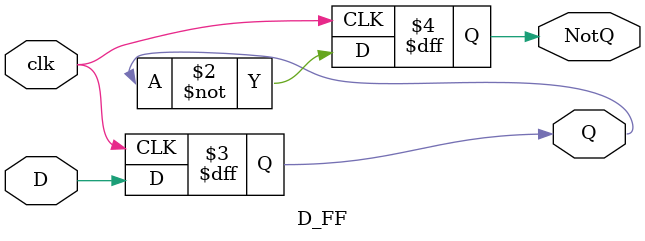
<source format=v>
module D_FF(
    input clk,
    input D,
    output reg Q,
    output reg NotQ
    );
    always @(posedge clk)
    begin
        Q <= D;
        NotQ <= ~Q;
    end
endmodule

</source>
